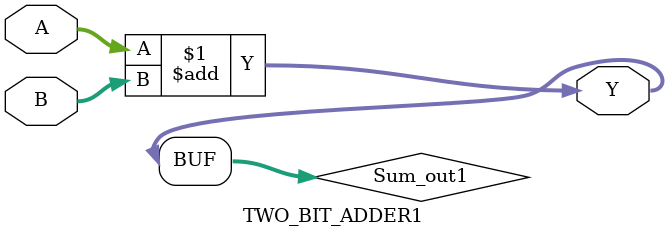
<source format=v>



`timescale 1 ns / 1 ns

module TWO_BIT_ADDER1
          (A,
           B,
           Y);


  input   [7:0] A;  // uint8
  input   [7:0] B;  // uint8
  output  [7:0] Y;  // uint8


  wire [7:0] Sum_out1;  // uint8


  assign Sum_out1 = A + B;



  assign Y = Sum_out1;

endmodule  // TWO_BIT_ADDER1


</source>
